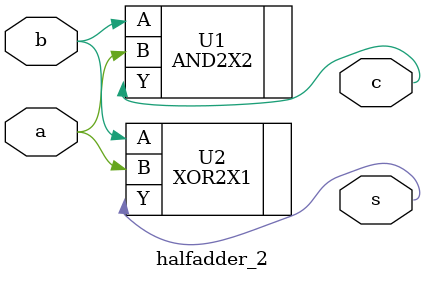
<source format=v>
module halfadder_2 ( s, c, a, b );
  input a, b;
  output s, c;


  AND2X2 U1 ( .A(b), .B(a), .Y(c) );
  XOR2X1 U2 ( .A(b), .B(a), .Y(s) );
endmodule

</source>
